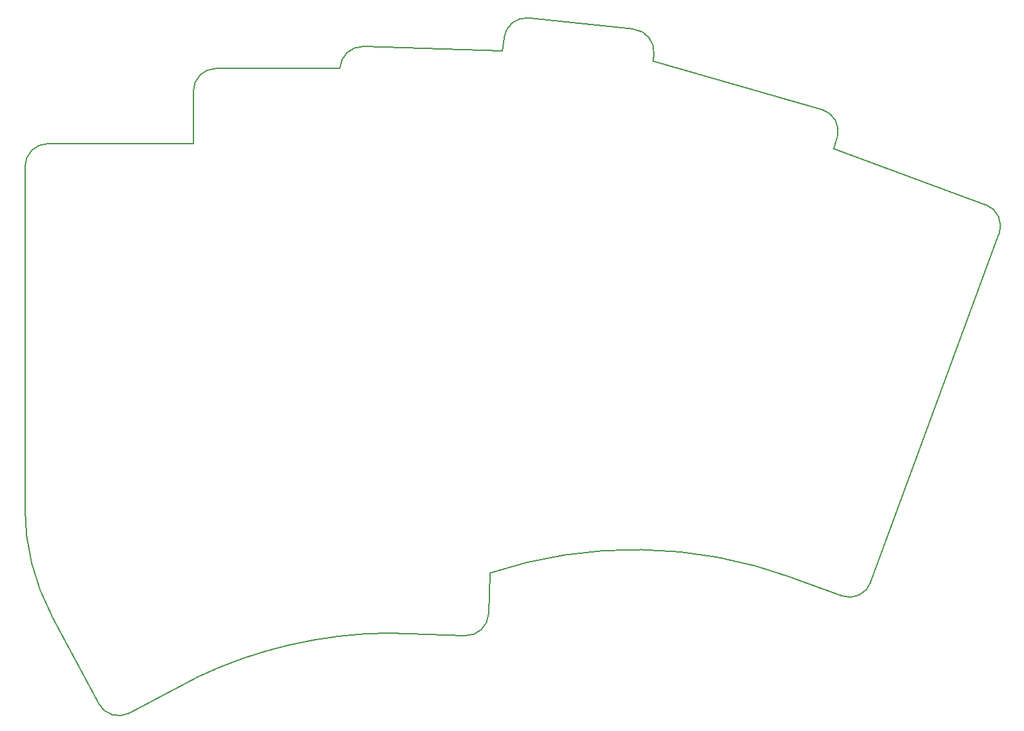
<source format=gbr>
%TF.GenerationSoftware,KiCad,Pcbnew,8.0.4*%
%TF.CreationDate,2024-07-27T19:19:31+05:00*%
%TF.ProjectId,BUBA_v1,42554241-5f76-4312-9e6b-696361645f70,v1.0.0*%
%TF.SameCoordinates,Original*%
%TF.FileFunction,Profile,NP*%
%FSLAX46Y46*%
G04 Gerber Fmt 4.6, Leading zero omitted, Abs format (unit mm)*
G04 Created by KiCad (PCBNEW 8.0.4) date 2024-07-27 19:19:31*
%MOMM*%
%LPD*%
G01*
G04 APERTURE LIST*
%TA.AperFunction,Profile*%
%ADD10C,0.150000*%
%TD*%
G04 APERTURE END LIST*
D10*
X154859220Y-53610820D02*
X176974728Y-59910588D01*
X120216703Y-128756755D02*
X130157637Y-129103902D01*
X94481694Y-57533241D02*
G75*
G02*
X97481694Y-54533194I3000006J41D01*
G01*
X152301207Y-49379776D02*
G75*
G02*
X154959710Y-52686233I-323907J-2982424D01*
G01*
X133447251Y-120862762D02*
G75*
G02*
X173113683Y-121480272I18951789J-56928218D01*
G01*
X75893268Y-126446097D02*
G75*
G02*
X72381708Y-112361951I26488332J14084097D01*
G01*
X133260509Y-126210429D02*
G75*
G02*
X130157637Y-129103911I-2998209J104729D01*
G01*
X152300436Y-49379693D02*
X138582693Y-47889470D01*
X86111084Y-139272850D02*
X94893755Y-134603022D01*
X113729906Y-54533241D02*
G75*
G02*
X116816748Y-51648267I2997894J-113759D01*
G01*
X72381694Y-67433239D02*
G75*
G02*
X75381695Y-64433294I3000006J-61D01*
G01*
X173113684Y-121480269D02*
X173116936Y-121481464D01*
X75893268Y-126446097D02*
X82053827Y-138032423D01*
X94481695Y-57533241D02*
X94481696Y-64433240D01*
X133260509Y-126210430D02*
X133447251Y-120862761D01*
X135275388Y-50548611D02*
X135096984Y-52190851D01*
X183443912Y-122084439D02*
G75*
G02*
X179592532Y-123864038I-2815512J1035939D01*
G01*
X178612432Y-65111930D02*
X198514879Y-72434605D01*
X116816747Y-51648306D02*
X135096984Y-52190851D01*
X154859220Y-53610820D02*
X154959578Y-52686999D01*
X75381695Y-64433241D02*
X94481696Y-64433240D01*
X86111084Y-139272850D02*
G75*
G02*
X82053898Y-138032385I-1408384J2648750D01*
G01*
X94893754Y-134603020D02*
G75*
G02*
X120216703Y-128756761I25838246J-54151780D01*
G01*
X97481694Y-54533241D02*
X113729906Y-54533241D01*
X72381694Y-67433239D02*
X72381696Y-112361951D01*
X138581924Y-47889387D02*
X138582693Y-47889470D01*
X176974729Y-59910589D02*
G75*
G02*
X179038026Y-63617676I-821929J-2885211D01*
G01*
X152300436Y-49379693D02*
X152301206Y-49379778D01*
X135275472Y-50547842D02*
G75*
G02*
X138581925Y-47889379I2982428J-323958D01*
G01*
X173116936Y-121481464D02*
X179592538Y-123864021D01*
X183443913Y-122084440D02*
X200294466Y-76285976D01*
X198514879Y-72434605D02*
G75*
G02*
X200294493Y-76285986I-1035879J-2815495D01*
G01*
X178612432Y-65111930D02*
X179038074Y-63617690D01*
M02*

</source>
